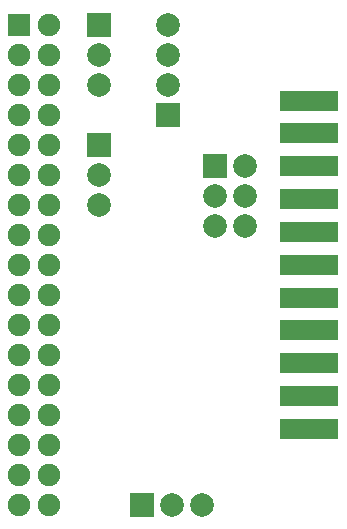
<source format=gbr>
%FSLAX23Y23*%
%MOMM*%
%ADD10R,5X1.8*%
%ADD11C,0.2*%
%ADD12C,0.1*%
%ADD13R,1.9X1.9*%
%ADD14C,1.9*%
%ADD15R,1.7X1.3*%
%ADD16R,1X1.25*%
%ADD17R,1X1.3*%
%ADD18R,1.3X1*%
%ADD19R,2X2*%
%ADD20C,2*%
%ADD21R,1.25X1*%
%ADD22R,0.4X0.9*%
%ADD23R,2.2X0.7*%
%ADD24C,0.05*%
%LPD*%
G54D10*
X27300Y36710D03*
G54D10*
X27300Y33930D03*
G54D10*
X27300Y31150D03*
G54D10*
X27300Y28370D03*
G54D10*
X27300Y25590D03*
G54D10*
X27300Y22810D03*
G54D10*
X27300Y20030D03*
G54D10*
X27300Y17250D03*
G54D10*
X27300Y14470D03*
G54D10*
X27300Y11690D03*
G54D10*
X27300Y8910D03*
G54D13*
X2770Y43150D03*
G54D14*
X5310Y43150D03*
G54D14*
X2770Y40610D03*
G54D14*
X5310Y40610D03*
G54D14*
X2770Y38070D03*
G54D14*
X5310Y38070D03*
G54D14*
X2770Y35530D03*
G54D14*
X5310Y35530D03*
G54D14*
X2770Y32990D03*
G54D14*
X5310Y32990D03*
G54D14*
X2770Y30450D03*
G54D14*
X5310Y30450D03*
G54D14*
X2770Y27910D03*
G54D14*
X5310Y27910D03*
G54D14*
X2770Y25370D03*
G54D14*
X5310Y25370D03*
G54D14*
X2770Y22830D03*
G54D14*
X5310Y22830D03*
G54D14*
X2770Y20290D03*
G54D14*
X5310Y20290D03*
G54D14*
X2770Y17750D03*
G54D14*
X5310Y17750D03*
G54D14*
X2770Y15210D03*
G54D14*
X5310Y15210D03*
G54D14*
X2770Y12670D03*
G54D14*
X5310Y12670D03*
G54D14*
X2770Y10130D03*
G54D14*
X5310Y10130D03*
G54D14*
X2770Y7590D03*
G54D14*
X5310Y7590D03*
G54D14*
X2770Y5050D03*
G54D14*
X5310Y5050D03*
G54D14*
X2770Y2510D03*
G54D14*
X5310Y2510D03*
G54D19*
X15350Y35510D03*
G54D20*
X15350Y38050D03*
G54D20*
X15350Y40590D03*
G54D20*
X15350Y43130D03*
G54D19*
X13170Y2510D03*
G54D20*
X15710Y2510D03*
G54D20*
X18250Y2510D03*
G54D19*
X9460Y43150D03*
G54D20*
X9460Y40610D03*
G54D20*
X9460Y38070D03*
G54D19*
X9460Y32990D03*
G54D20*
X9460Y30450D03*
G54D20*
X9460Y27910D03*
G54D20*
X21890Y31150D03*
G54D20*
X21890Y28610D03*
G54D20*
X21890Y26070D03*
G54D19*
X19350Y31150D03*
G54D20*
X19350Y28610D03*
G54D20*
X19350Y26070D03*
M02*

</source>
